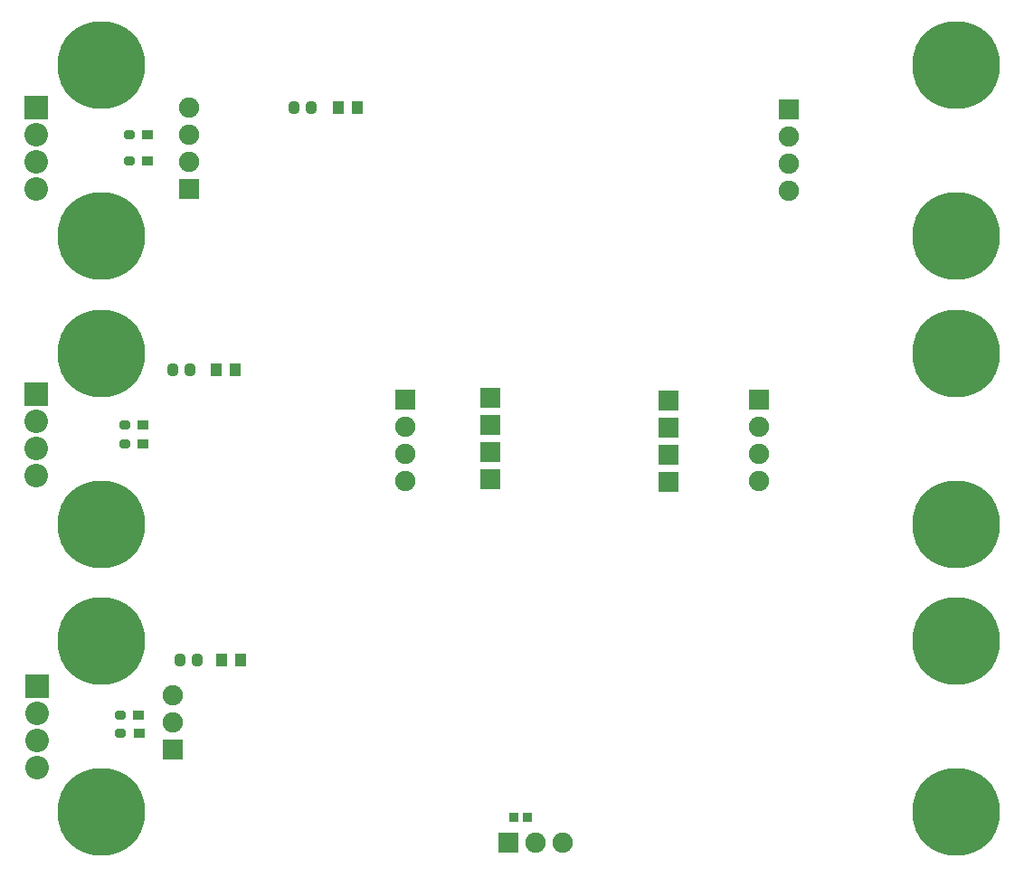
<source format=gts>
G04*
G04 #@! TF.GenerationSoftware,Altium Limited,Altium Designer,21.0.3 (12)*
G04*
G04 Layer_Color=8388736*
%FSLAX25Y25*%
%MOIN*%
G70*
G04*
G04 #@! TF.SameCoordinates,1AB0012E-6492-40AC-AB66-57420BB0589C*
G04*
G04*
G04 #@! TF.FilePolarity,Negative*
G04*
G01*
G75*
G04:AMPARAMS|DCode=22|XSize=39.5mil|YSize=35.56mil|CornerRadius=0mil|HoleSize=0mil|Usage=FLASHONLY|Rotation=180.000|XOffset=0mil|YOffset=0mil|HoleType=Round|Shape=Octagon|*
%AMOCTAGOND22*
4,1,8,-0.01975,0.00889,-0.01975,-0.00889,-0.01086,-0.01778,0.01086,-0.01778,0.01975,-0.00889,0.01975,0.00889,0.01086,0.01778,-0.01086,0.01778,-0.01975,0.00889,0.0*
%
%ADD22OCTAGOND22*%

%ADD23R,0.03950X0.03556*%
%ADD24R,0.03800X0.03800*%
%ADD25R,0.04000X0.04500*%
G04:AMPARAMS|DCode=26|XSize=45mil|YSize=40mil|CornerRadius=12mil|HoleSize=0mil|Usage=FLASHONLY|Rotation=270.000|XOffset=0mil|YOffset=0mil|HoleType=Round|Shape=RoundedRectangle|*
%AMROUNDEDRECTD26*
21,1,0.04500,0.01600,0,0,270.0*
21,1,0.02100,0.04000,0,0,270.0*
1,1,0.02400,-0.00800,-0.01050*
1,1,0.02400,-0.00800,0.01050*
1,1,0.02400,0.00800,0.01050*
1,1,0.02400,0.00800,-0.01050*
%
%ADD26ROUNDEDRECTD26*%
%ADD27R,0.07493X0.07493*%
%ADD28C,0.07493*%
%ADD29R,0.08674X0.08674*%
%ADD30C,0.08674*%
%ADD31R,0.07493X0.07493*%
%ADD32C,0.32296*%
D22*
X95807Y186000D02*
D03*
Y193000D02*
D03*
X97307Y290500D02*
D03*
Y300000D02*
D03*
X94153Y79500D02*
D03*
X94000Y86000D02*
D03*
D23*
X102500Y186000D02*
D03*
Y193000D02*
D03*
X104000Y290500D02*
D03*
Y300000D02*
D03*
X100847Y79500D02*
D03*
X100693Y86000D02*
D03*
D24*
X244118Y48500D02*
D03*
X239000D02*
D03*
D25*
X131500Y106500D02*
D03*
X138500D02*
D03*
X129500Y213500D02*
D03*
X136500D02*
D03*
X174500Y310000D02*
D03*
X181500D02*
D03*
D26*
X116000Y106500D02*
D03*
X122213D02*
D03*
X113500Y213500D02*
D03*
X119713D02*
D03*
X158000Y310000D02*
D03*
X164213D02*
D03*
D27*
X296000Y172000D02*
D03*
Y182000D02*
D03*
Y192000D02*
D03*
Y202000D02*
D03*
X230500Y183000D02*
D03*
Y173000D02*
D03*
Y193000D02*
D03*
Y203000D02*
D03*
X340500Y309500D02*
D03*
X199000Y202500D02*
D03*
X329500Y202500D02*
D03*
X119500Y280000D02*
D03*
X113500Y73500D02*
D03*
D28*
X340500Y299500D02*
D03*
Y289500D02*
D03*
Y279500D02*
D03*
X199000Y192500D02*
D03*
Y182500D02*
D03*
Y172500D02*
D03*
X329500Y192500D02*
D03*
Y182500D02*
D03*
Y172500D02*
D03*
X247000Y39000D02*
D03*
X257000D02*
D03*
X119500Y290000D02*
D03*
Y300000D02*
D03*
Y310000D02*
D03*
X113500Y83500D02*
D03*
Y93500D02*
D03*
D29*
X63000Y310000D02*
D03*
Y204500D02*
D03*
X63400Y96800D02*
D03*
D30*
X63000Y300000D02*
D03*
Y290000D02*
D03*
Y280000D02*
D03*
Y194500D02*
D03*
Y184500D02*
D03*
Y174500D02*
D03*
X63400Y86800D02*
D03*
Y76800D02*
D03*
Y66800D02*
D03*
D31*
X237000Y39000D02*
D03*
D32*
X86907Y325907D02*
D03*
Y262915D02*
D03*
X401868D02*
D03*
Y325907D02*
D03*
Y219608D02*
D03*
Y156616D02*
D03*
X86907D02*
D03*
Y219608D02*
D03*
Y113309D02*
D03*
Y50317D02*
D03*
X401868D02*
D03*
Y113309D02*
D03*
M02*

</source>
